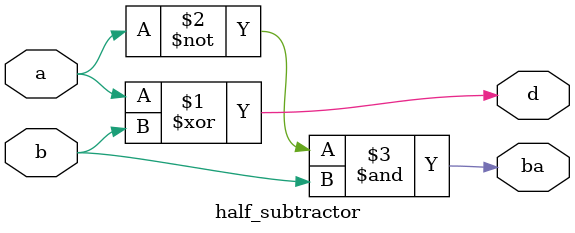
<source format=v>
`timescale 1ns / 1ps


module fullsubtractor_hs(
    input a,b,c,
    output diff,barrow
    );
    wire w1,w2,w3,w4;
    half_subtractor h1(a,b,w1,w2);
    half_subtractor h2(w1,c,diff,w3);
    half_subtractor h3(w2,w3,barrow,w4);
    
endmodule

module half_subtractor(
    input a,b,
    output d,ba
    );
    xor a1(d,a,b);
    and a2(ba,~a,b);
endmodule
</source>
